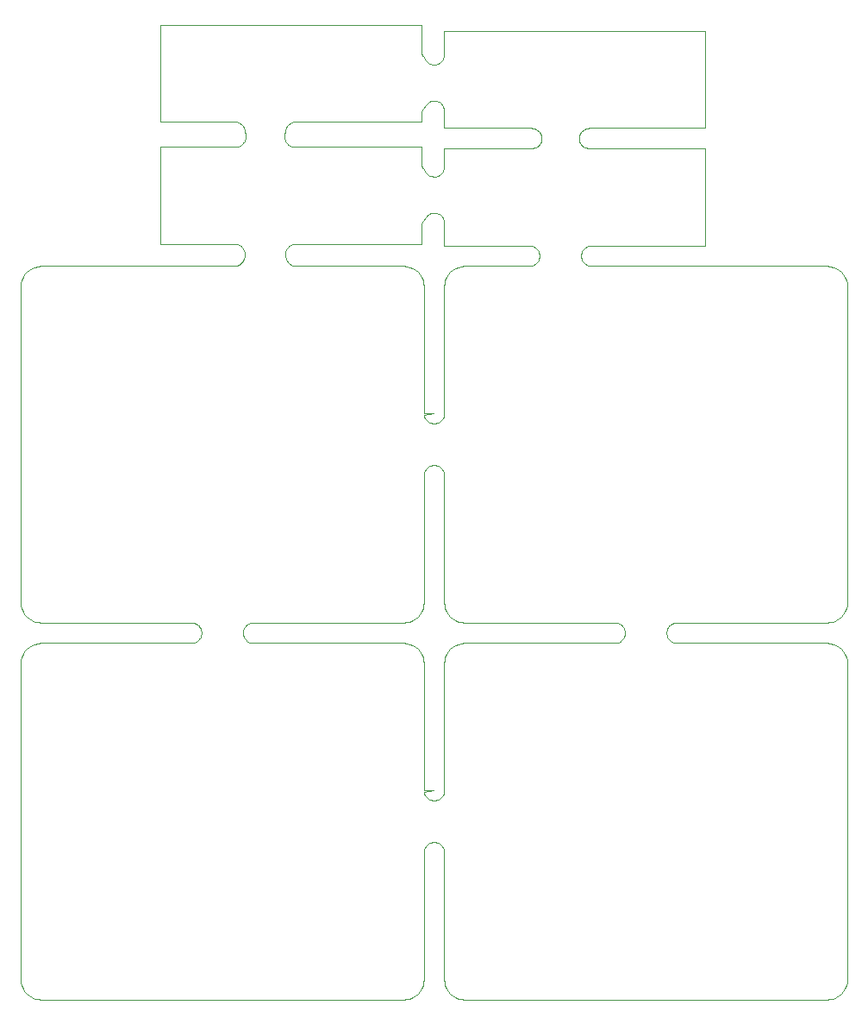
<source format=gko>
%MOIN*%
%OFA0B0*%
%FSLAX44Y44*%
%IPPOS*%
%LPD*%
%ADD10C,0*%
D10*
X00015589Y00012992D02*
X00015589Y00012992D01*
X00015579Y00013115D01*
X00015551Y00013235D01*
X00015503Y00013349D01*
X00015439Y00013454D01*
X00015359Y00013548D01*
X00015265Y00013629D01*
X00015159Y00013693D01*
X00015045Y00013740D01*
X00014925Y00013769D01*
X00014802Y00013779D01*
X00008991Y00013779D01*
X00008954Y00013781D01*
X00008917Y00013786D01*
X00008881Y00013795D01*
X00008846Y00013807D01*
X00008812Y00013822D01*
X00008780Y00013841D01*
X00008749Y00013862D01*
X00008721Y00013886D01*
X00008695Y00013913D01*
X00008672Y00013942D01*
X00008652Y00013973D01*
X00008634Y00014006D01*
X00008620Y00014040D01*
X00008609Y00014076D01*
X00008602Y00014112D01*
X00008598Y00014149D01*
X00008598Y00014186D01*
X00008601Y00014223D01*
X00008607Y00014260D01*
X00008617Y00014296D01*
X00008617Y00014296D01*
X00008626Y00014319D01*
X00008635Y00014342D01*
X00008647Y00014363D01*
X00008659Y00014385D01*
X00008673Y00014405D01*
X00008688Y00014424D01*
X00008705Y00014443D01*
X00008722Y00014460D01*
X00008741Y00014477D01*
X00008760Y00014492D01*
X00008781Y00014506D01*
X00008802Y00014518D01*
X00008824Y00014529D01*
X00008847Y00014539D01*
X00008870Y00014547D01*
X00008893Y00014554D01*
X00008918Y00014560D01*
X00008942Y00014563D01*
X00008966Y00014566D01*
X00008991Y00014566D01*
X00014802Y00014566D01*
X00014925Y00014576D01*
X00015045Y00014605D01*
X00015159Y00014652D01*
X00015265Y00014717D01*
X00015359Y00014797D01*
X00015439Y00014891D01*
X00015503Y00014996D01*
X00015551Y00015111D01*
X00015579Y00015231D01*
X00015589Y00015354D01*
X00015589Y00020259D01*
X00015589Y00020259D01*
X00015594Y00020321D01*
X00015608Y00020381D01*
X00015632Y00020438D01*
X00015664Y00020491D01*
X00015704Y00020538D01*
X00015751Y00020578D01*
X00015804Y00020610D01*
X00015861Y00020634D01*
X00015921Y00020648D01*
X00015983Y00020653D01*
X00016044Y00020648D01*
X00016105Y00020634D01*
X00016162Y00020610D01*
X00016214Y00020578D01*
X00016261Y00020538D01*
X00016301Y00020491D01*
X00016334Y00020438D01*
X00016357Y00020381D01*
X00016372Y00020321D01*
X00016377Y00020259D01*
X00016377Y00015354D01*
X00016386Y00015231D01*
X00016415Y00015111D01*
X00016462Y00014996D01*
X00016527Y00014891D01*
X00016607Y00014797D01*
X00016701Y00014717D01*
X00016806Y00014652D01*
X00016921Y00014605D01*
X00017041Y00014576D01*
X00017164Y00014566D01*
X00022975Y00014566D01*
X00022999Y00014566D01*
X00023024Y00014563D01*
X00023048Y00014560D01*
X00023072Y00014554D01*
X00023096Y00014547D01*
X00023119Y00014539D01*
X00023142Y00014529D01*
X00023164Y00014518D01*
X00023185Y00014506D01*
X00023205Y00014492D01*
X00023225Y00014477D01*
X00023243Y00014460D01*
X00023261Y00014443D01*
X00023277Y00014424D01*
X00023292Y00014405D01*
X00023306Y00014385D01*
X00023319Y00014363D01*
X00023330Y00014342D01*
X00023340Y00014319D01*
X00023349Y00014296D01*
X00023349Y00014296D01*
X00023359Y00014260D01*
X00023365Y00014223D01*
X00023368Y00014186D01*
X00023368Y00014149D01*
X00023364Y00014112D01*
X00023356Y00014076D01*
X00023345Y00014040D01*
X00023331Y00014006D01*
X00023314Y00013973D01*
X00023294Y00013942D01*
X00023270Y00013913D01*
X00023245Y00013886D01*
X00023216Y00013862D01*
X00023186Y00013841D01*
X00023154Y00013822D01*
X00023120Y00013807D01*
X00023085Y00013795D01*
X00023049Y00013786D01*
X00023012Y00013781D01*
X00022975Y00013779D01*
X00017164Y00013779D01*
X00017041Y00013769D01*
X00016921Y00013740D01*
X00016806Y00013693D01*
X00016701Y00013629D01*
X00016607Y00013548D01*
X00016527Y00013454D01*
X00016462Y00013349D01*
X00016415Y00013235D01*
X00016386Y00013115D01*
X00016377Y00012992D01*
X00016377Y00008086D01*
X00016372Y00008024D01*
X00016357Y00007964D01*
X00016334Y00007907D01*
X00016301Y00007855D01*
X00016261Y00007808D01*
X00016214Y00007768D01*
X00016162Y00007735D01*
X00016105Y00007712D01*
X00016044Y00007697D01*
X00015983Y00007692D01*
X00015921Y00007697D01*
X00015861Y00007712D01*
X00015804Y00007735D01*
X00015751Y00007768D01*
X00015704Y00007808D01*
X00015664Y00007855D01*
X00015632Y00007907D01*
X00015608Y00007964D01*
X00015594Y00008024D01*
X00015983Y00008086D01*
X00015589Y00008086D01*
X00015589Y00012992D01*
X00015492Y00032335D02*
X00015492Y00032335D01*
X00015492Y00032950D01*
X00010598Y00032950D01*
X00010565Y00032951D01*
X00010532Y00032956D01*
X00010499Y00032963D01*
X00010467Y00032973D01*
X00010435Y00032985D01*
X00010405Y00033000D01*
X00010377Y00033018D01*
X00010350Y00033038D01*
X00010325Y00033061D01*
X00010302Y00033085D01*
X00010281Y00033111D01*
X00010262Y00033139D01*
X00010246Y00033168D01*
X00010232Y00033199D01*
X00010221Y00033231D01*
X00010213Y00033264D01*
X00010208Y00033297D01*
X00010205Y00033330D01*
X00010205Y00033364D01*
X00010208Y00033397D01*
X00010233Y00033578D01*
X00010238Y00033606D01*
X00010245Y00033634D01*
X00010254Y00033660D01*
X00010264Y00033687D01*
X00010277Y00033712D01*
X00010291Y00033736D01*
X00010307Y00033759D01*
X00010325Y00033781D01*
X00010344Y00033802D01*
X00010365Y00033821D01*
X00010387Y00033839D01*
X00010410Y00033855D01*
X00010434Y00033870D01*
X00010459Y00033883D01*
X00010485Y00033893D01*
X00010512Y00033902D01*
X00010539Y00033909D01*
X00010567Y00033914D01*
X00010595Y00033917D01*
X00010623Y00033918D01*
X00015492Y00033918D01*
X00015492Y00034199D01*
X00015492Y00034211D01*
X00015492Y00034223D01*
X00015493Y00034235D01*
X00015494Y00034246D01*
X00015496Y00034258D01*
X00015498Y00034270D01*
X00015500Y00034281D01*
X00015503Y00034293D01*
X00015506Y00034304D01*
X00015509Y00034316D01*
X00015513Y00034327D01*
X00015517Y00034338D01*
X00015521Y00034349D01*
X00015526Y00034360D01*
X00015531Y00034371D01*
X00015536Y00034381D01*
X00015542Y00034392D01*
X00015548Y00034402D01*
X00015554Y00034412D01*
X00015561Y00034422D01*
X00015658Y00034564D01*
X00015689Y00034603D01*
X00015725Y00034638D01*
X00015765Y00034669D01*
X00015808Y00034694D01*
X00015854Y00034713D01*
X00015902Y00034726D01*
X00015951Y00034733D01*
X00016001Y00034734D01*
X00016051Y00034729D01*
X00016100Y00034717D01*
X00016146Y00034699D01*
X00016190Y00034676D01*
X00016231Y00034647D01*
X00016268Y00034613D01*
X00016300Y00034574D01*
X00016327Y00034532D01*
X00016348Y00034487D01*
X00016364Y00034440D01*
X00016373Y00034391D01*
X00016377Y00034341D01*
X00016377Y00033677D01*
X00019624Y00033677D01*
X00019624Y00033677D01*
X00019624Y00033677D01*
X00019624Y00033677D01*
X00019624Y00033677D01*
X00019624Y00033677D01*
X00019624Y00033677D01*
X00019624Y00033677D01*
X00019624Y00033677D01*
X00019624Y00033677D01*
X00019624Y00033677D01*
X00019624Y00033677D01*
X00019624Y00033677D01*
X00019624Y00033677D01*
X00019624Y00033677D01*
X00019624Y00033677D01*
X00019624Y00033677D01*
X00019624Y00033677D01*
X00019624Y00033677D01*
X00019624Y00033677D01*
X00019624Y00033677D01*
X00019745Y00033677D01*
X00019806Y00033672D01*
X00019866Y00033657D01*
X00019923Y00033634D01*
X00019976Y00033601D01*
X00020023Y00033561D01*
X00020063Y00033514D01*
X00020095Y00033462D01*
X00020119Y00033405D01*
X00020133Y00033345D01*
X00020138Y00033283D01*
X00020133Y00033221D01*
X00020119Y00033161D01*
X00020095Y00033104D01*
X00020063Y00033052D01*
X00020023Y00033005D01*
X00019976Y00032964D01*
X00019923Y00032932D01*
X00019866Y00032909D01*
X00019806Y00032894D01*
X00019745Y00032889D01*
X00016377Y00032889D01*
X00016377Y00032193D01*
X00016373Y00032144D01*
X00016364Y00032095D01*
X00016348Y00032047D01*
X00016327Y00032002D01*
X00016300Y00031960D01*
X00016268Y00031922D01*
X00016231Y00031888D01*
X00016190Y00031859D01*
X00016146Y00031835D01*
X00016100Y00031817D01*
X00016051Y00031806D01*
X00016001Y00031800D01*
X00015951Y00031801D01*
X00015902Y00031808D01*
X00015854Y00031821D01*
X00015808Y00031841D01*
X00015765Y00031866D01*
X00015725Y00031896D01*
X00015689Y00031931D01*
X00015658Y00031970D01*
X00015561Y00032112D01*
X00015554Y00032122D01*
X00015548Y00032132D01*
X00015542Y00032143D01*
X00015536Y00032153D01*
X00015531Y00032164D01*
X00015526Y00032174D01*
X00015521Y00032185D01*
X00015517Y00032196D01*
X00015513Y00032207D01*
X00015509Y00032219D01*
X00015506Y00032230D01*
X00015503Y00032242D01*
X00015500Y00032253D01*
X00015498Y00032265D01*
X00015496Y00032276D01*
X00015494Y00032288D01*
X00015493Y00032300D01*
X00015492Y00032312D01*
X00015492Y00032324D01*
X00015492Y00032335D01*
X00010623Y00029194D02*
X00010623Y00029194D01*
X00015492Y00029194D01*
X00015492Y00029868D01*
X00015492Y00029880D01*
X00015492Y00029892D01*
X00015493Y00029904D01*
X00015494Y00029916D01*
X00015496Y00029927D01*
X00015498Y00029939D01*
X00015500Y00029951D01*
X00015503Y00029962D01*
X00015506Y00029974D01*
X00015509Y00029985D01*
X00015513Y00029996D01*
X00015517Y00030007D01*
X00015521Y00030019D01*
X00015526Y00030029D01*
X00015531Y00030040D01*
X00015536Y00030051D01*
X00015542Y00030061D01*
X00015548Y00030071D01*
X00015554Y00030081D01*
X00015561Y00030091D01*
X00015658Y00030233D01*
X00015689Y00030273D01*
X00015725Y00030308D01*
X00015765Y00030338D01*
X00015808Y00030363D01*
X00015854Y00030382D01*
X00015902Y00030396D01*
X00015951Y00030403D01*
X00016001Y00030404D01*
X00016051Y00030398D01*
X00016100Y00030386D01*
X00016146Y00030368D01*
X00016190Y00030345D01*
X00016231Y00030316D01*
X00016268Y00030282D01*
X00016300Y00030244D01*
X00016327Y00030202D01*
X00016348Y00030157D01*
X00016364Y00030109D01*
X00016373Y00030060D01*
X00016377Y00030010D01*
X00016377Y00029133D01*
X00019669Y00029133D01*
X00019730Y00029129D01*
X00019791Y00029114D01*
X00019848Y00029090D01*
X00019900Y00029058D01*
X00019947Y00029018D01*
X00019987Y00028971D01*
X00020020Y00028918D01*
X00020043Y00028861D01*
X00020058Y00028801D01*
X00020063Y00028740D01*
X00020058Y00028678D01*
X00020043Y00028618D01*
X00020020Y00028561D01*
X00019987Y00028508D01*
X00019947Y00028461D01*
X00019900Y00028421D01*
X00019848Y00028389D01*
X00019791Y00028365D01*
X00019730Y00028351D01*
X00019669Y00028346D01*
X00019669Y00028346D01*
X00017164Y00028346D01*
X00017041Y00028336D01*
X00016921Y00028307D01*
X00016806Y00028260D01*
X00016701Y00028196D01*
X00016607Y00028115D01*
X00016527Y00028021D01*
X00016462Y00027916D01*
X00016415Y00027802D01*
X00016386Y00027682D01*
X00016377Y00027559D01*
X00016377Y00022653D01*
X00016372Y00022591D01*
X00016357Y00022531D01*
X00016334Y00022474D01*
X00016301Y00022422D01*
X00016261Y00022375D01*
X00016214Y00022334D01*
X00016162Y00022302D01*
X00016105Y00022279D01*
X00016044Y00022264D01*
X00015983Y00022259D01*
X00015921Y00022264D01*
X00015861Y00022279D01*
X00015804Y00022302D01*
X00015751Y00022334D01*
X00015704Y00022375D01*
X00015664Y00022422D01*
X00015632Y00022474D01*
X00015608Y00022531D01*
X00015594Y00022591D01*
X00015983Y00022653D01*
X00015589Y00022653D01*
X00015589Y00027559D01*
X00015579Y00027682D01*
X00015551Y00027802D01*
X00015503Y00027916D01*
X00015439Y00028021D01*
X00015359Y00028115D01*
X00015265Y00028196D01*
X00015159Y00028260D01*
X00015045Y00028307D01*
X00014925Y00028336D01*
X00014802Y00028346D01*
X00010645Y00028346D01*
X00010621Y00028347D01*
X00010597Y00028349D01*
X00010573Y00028353D01*
X00010549Y00028358D01*
X00010526Y00028364D01*
X00010503Y00028372D01*
X00010481Y00028382D01*
X00010459Y00028392D01*
X00010439Y00028405D01*
X00010418Y00028418D01*
X00010399Y00028432D01*
X00010381Y00028448D01*
X00010363Y00028465D01*
X00010347Y00028483D01*
X00010332Y00028501D01*
X00010318Y00028521D01*
X00010305Y00028541D01*
X00010293Y00028563D01*
X00010283Y00028585D01*
X00010274Y00028607D01*
X00010253Y00028668D01*
X00010242Y00028704D01*
X00010234Y00028741D01*
X00010230Y00028778D01*
X00010230Y00028816D01*
X00010233Y00028853D01*
X00010240Y00028890D01*
X00010250Y00028927D01*
X00010264Y00028962D01*
X00010281Y00028995D01*
X00010302Y00029027D01*
X00010325Y00029057D01*
X00010351Y00029084D01*
X00010379Y00029109D01*
X00010410Y00029131D01*
X00010442Y00029150D01*
X00010476Y00029165D01*
X00010512Y00029178D01*
X00010548Y00029187D01*
X00010586Y00029192D01*
X00010623Y00029194D01*
X00005414Y00032950D02*
X00005414Y00032950D01*
X00005414Y00029194D01*
X00008273Y00029194D01*
X00008311Y00029192D01*
X00008348Y00029187D01*
X00008385Y00029178D01*
X00008420Y00029165D01*
X00008455Y00029150D01*
X00008487Y00029131D01*
X00008518Y00029109D01*
X00008546Y00029084D01*
X00008572Y00029057D01*
X00008595Y00029027D01*
X00008615Y00028995D01*
X00008632Y00028962D01*
X00008646Y00028927D01*
X00008657Y00028890D01*
X00008663Y00028853D01*
X00008667Y00028816D01*
X00008666Y00028778D01*
X00008662Y00028741D01*
X00008655Y00028704D01*
X00008644Y00028668D01*
X00008622Y00028607D01*
X00008613Y00028585D01*
X00008603Y00028563D01*
X00008592Y00028541D01*
X00008579Y00028521D01*
X00008565Y00028501D01*
X00008550Y00028483D01*
X00008533Y00028465D01*
X00008516Y00028448D01*
X00008498Y00028432D01*
X00008478Y00028418D01*
X00008458Y00028405D01*
X00008437Y00028392D01*
X00008416Y00028382D01*
X00008393Y00028372D01*
X00008370Y00028364D01*
X00008347Y00028358D01*
X00008324Y00028353D01*
X00008300Y00028349D01*
X00008276Y00028347D01*
X00008252Y00028346D01*
X00000787Y00028346D01*
X00000664Y00028336D01*
X00000544Y00028307D01*
X00000429Y00028260D01*
X00000324Y00028196D01*
X00000230Y00028115D01*
X00000150Y00028021D01*
X00000085Y00027916D01*
X00000038Y00027802D01*
X00000009Y00027682D01*
X00000000Y00027559D01*
X00000000Y00015354D01*
X00000009Y00015231D01*
X00000038Y00015111D01*
X00000085Y00014996D01*
X00000150Y00014891D01*
X00000230Y00014797D01*
X00000324Y00014717D01*
X00000429Y00014652D01*
X00000544Y00014605D01*
X00000664Y00014576D01*
X00000787Y00014566D01*
X00006598Y00014566D01*
X00006622Y00014566D01*
X00006647Y00014563D01*
X00006671Y00014560D01*
X00006695Y00014554D01*
X00006719Y00014547D01*
X00006742Y00014539D01*
X00006765Y00014529D01*
X00006787Y00014518D01*
X00006808Y00014506D01*
X00006828Y00014492D01*
X00006848Y00014477D01*
X00006866Y00014460D01*
X00006884Y00014443D01*
X00006900Y00014424D01*
X00006915Y00014405D01*
X00006929Y00014385D01*
X00006942Y00014363D01*
X00006953Y00014342D01*
X00006963Y00014319D01*
X00006972Y00014296D01*
X00006972Y00014296D01*
X00006981Y00014260D01*
X00006988Y00014223D01*
X00006991Y00014186D01*
X00006991Y00014149D01*
X00006987Y00014112D01*
X00006979Y00014076D01*
X00006968Y00014040D01*
X00006954Y00014006D01*
X00006937Y00013973D01*
X00006917Y00013942D01*
X00006893Y00013913D01*
X00006868Y00013886D01*
X00006839Y00013862D01*
X00006809Y00013841D01*
X00006777Y00013822D01*
X00006743Y00013807D01*
X00006708Y00013795D01*
X00006671Y00013786D01*
X00006635Y00013781D01*
X00006598Y00013779D01*
X00000787Y00013779D01*
X00000664Y00013769D01*
X00000544Y00013740D01*
X00000429Y00013693D01*
X00000324Y00013629D01*
X00000230Y00013548D01*
X00000150Y00013454D01*
X00000085Y00013349D01*
X00000038Y00013235D01*
X00000009Y00013115D01*
X00000000Y00012992D01*
X00000000Y00000787D01*
X00000009Y00000664D01*
X00000038Y00000544D01*
X00000085Y00000429D01*
X00000150Y00000324D01*
X00000230Y00000230D01*
X00000324Y00000150D01*
X00000429Y00000085D01*
X00000544Y00000038D01*
X00000664Y00000009D01*
X00000787Y00000000D01*
X00014802Y00000000D01*
X00014925Y00000009D01*
X00015045Y00000038D01*
X00015159Y00000085D01*
X00015265Y00000150D01*
X00015359Y00000230D01*
X00015439Y00000324D01*
X00015503Y00000429D01*
X00015551Y00000544D01*
X00015579Y00000664D01*
X00015589Y00000787D01*
X00015589Y00005693D01*
X00015589Y00005693D01*
X00015594Y00005754D01*
X00015608Y00005814D01*
X00015632Y00005871D01*
X00015664Y00005924D01*
X00015704Y00005971D01*
X00015751Y00006011D01*
X00015804Y00006043D01*
X00015861Y00006067D01*
X00015921Y00006081D01*
X00015983Y00006086D01*
X00016044Y00006081D01*
X00016105Y00006067D01*
X00016162Y00006043D01*
X00016214Y00006011D01*
X00016261Y00005971D01*
X00016301Y00005924D01*
X00016334Y00005871D01*
X00016357Y00005814D01*
X00016372Y00005754D01*
X00016377Y00005693D01*
X00016377Y00000787D01*
X00016386Y00000664D01*
X00016415Y00000544D01*
X00016462Y00000429D01*
X00016527Y00000324D01*
X00016607Y00000230D01*
X00016701Y00000150D01*
X00016806Y00000085D01*
X00016921Y00000038D01*
X00017041Y00000009D01*
X00017164Y00000000D01*
X00031179Y00000000D01*
X00031302Y00000009D01*
X00031422Y00000038D01*
X00031536Y00000085D01*
X00031642Y00000150D01*
X00031736Y00000230D01*
X00031816Y00000324D01*
X00031880Y00000429D01*
X00031928Y00000544D01*
X00031956Y00000664D01*
X00031966Y00000787D01*
X00031966Y00012992D01*
X00031956Y00013115D01*
X00031928Y00013235D01*
X00031880Y00013349D01*
X00031816Y00013454D01*
X00031736Y00013548D01*
X00031642Y00013629D01*
X00031536Y00013693D01*
X00031422Y00013740D01*
X00031302Y00013769D01*
X00031179Y00013779D01*
X00025368Y00013779D01*
X00025331Y00013781D01*
X00025294Y00013786D01*
X00025258Y00013795D01*
X00025223Y00013807D01*
X00025189Y00013822D01*
X00025157Y00013841D01*
X00025126Y00013862D01*
X00025098Y00013886D01*
X00025072Y00013913D01*
X00025049Y00013942D01*
X00025029Y00013973D01*
X00025012Y00014006D01*
X00024997Y00014040D01*
X00024987Y00014076D01*
X00024979Y00014112D01*
X00024975Y00014149D01*
X00024975Y00014186D01*
X00024978Y00014223D01*
X00024984Y00014260D01*
X00024994Y00014296D01*
X00024994Y00014296D01*
X00025003Y00014319D01*
X00025012Y00014342D01*
X00025024Y00014363D01*
X00025036Y00014385D01*
X00025050Y00014405D01*
X00025065Y00014424D01*
X00025082Y00014443D01*
X00025099Y00014460D01*
X00025118Y00014477D01*
X00025137Y00014492D01*
X00025158Y00014506D01*
X00025179Y00014518D01*
X00025201Y00014529D01*
X00025224Y00014539D01*
X00025247Y00014547D01*
X00025270Y00014554D01*
X00025295Y00014560D01*
X00025319Y00014563D01*
X00025343Y00014566D01*
X00025368Y00014566D01*
X00031179Y00014566D01*
X00031302Y00014576D01*
X00031422Y00014605D01*
X00031536Y00014652D01*
X00031642Y00014717D01*
X00031736Y00014797D01*
X00031816Y00014891D01*
X00031880Y00014996D01*
X00031928Y00015111D01*
X00031956Y00015231D01*
X00031966Y00015354D01*
X00031966Y00027559D01*
X00031956Y00027682D01*
X00031928Y00027802D01*
X00031880Y00027916D01*
X00031816Y00028021D01*
X00031736Y00028115D01*
X00031642Y00028196D01*
X00031536Y00028260D01*
X00031422Y00028307D01*
X00031302Y00028336D01*
X00031179Y00028346D01*
X00022062Y00028346D01*
X00022062Y00028346D01*
X00022001Y00028351D01*
X00021941Y00028365D01*
X00021884Y00028389D01*
X00021831Y00028421D01*
X00021784Y00028461D01*
X00021744Y00028508D01*
X00021712Y00028561D01*
X00021688Y00028618D01*
X00021674Y00028678D01*
X00021669Y00028740D01*
X00021674Y00028801D01*
X00021688Y00028861D01*
X00021712Y00028918D01*
X00021744Y00028971D01*
X00021784Y00029018D01*
X00021831Y00029058D01*
X00021884Y00029090D01*
X00021941Y00029114D01*
X00022001Y00029129D01*
X00022062Y00029133D01*
X00026454Y00029133D01*
X00026454Y00032889D01*
X00021987Y00032889D01*
X00021925Y00032894D01*
X00021865Y00032909D01*
X00021808Y00032932D01*
X00021755Y00032964D01*
X00021708Y00033005D01*
X00021668Y00033052D01*
X00021636Y00033104D01*
X00021612Y00033161D01*
X00021598Y00033221D01*
X00021593Y00033283D01*
X00021598Y00033345D01*
X00021612Y00033405D01*
X00021636Y00033462D01*
X00021668Y00033514D01*
X00021708Y00033561D01*
X00021755Y00033601D01*
X00021808Y00033634D01*
X00021865Y00033657D01*
X00021925Y00033672D01*
X00021987Y00033677D01*
X00022107Y00033677D01*
X00022107Y00033677D01*
X00022107Y00033677D01*
X00022107Y00033677D01*
X00022107Y00033677D01*
X00022107Y00033677D01*
X00022107Y00033677D01*
X00022107Y00033677D01*
X00022107Y00033677D01*
X00022107Y00033677D01*
X00022107Y00033677D01*
X00022107Y00033677D01*
X00022107Y00033677D01*
X00022107Y00033677D01*
X00022107Y00033677D01*
X00022107Y00033677D01*
X00022107Y00033677D01*
X00022107Y00033677D01*
X00022107Y00033677D01*
X00022107Y00033677D01*
X00022107Y00033677D01*
X00026454Y00033677D01*
X00026454Y00037433D01*
X00016377Y00037433D01*
X00016377Y00036524D01*
X00016373Y00036474D01*
X00016364Y00036425D01*
X00016348Y00036378D01*
X00016327Y00036333D01*
X00016300Y00036291D01*
X00016268Y00036252D01*
X00016231Y00036219D01*
X00016190Y00036190D01*
X00016146Y00036166D01*
X00016100Y00036148D01*
X00016051Y00036136D01*
X00016001Y00036131D01*
X00015951Y00036132D01*
X00015902Y00036139D01*
X00015854Y00036152D01*
X00015808Y00036171D01*
X00015765Y00036197D01*
X00015725Y00036227D01*
X00015689Y00036262D01*
X00015658Y00036301D01*
X00015561Y00036443D01*
X00015554Y00036453D01*
X00015548Y00036463D01*
X00015542Y00036473D01*
X00015536Y00036484D01*
X00015531Y00036494D01*
X00015526Y00036505D01*
X00015521Y00036516D01*
X00015517Y00036527D01*
X00015513Y00036538D01*
X00015509Y00036549D01*
X00015506Y00036561D01*
X00015503Y00036572D01*
X00015500Y00036584D01*
X00015498Y00036595D01*
X00015496Y00036607D01*
X00015494Y00036619D01*
X00015493Y00036631D01*
X00015492Y00036642D01*
X00015492Y00036654D01*
X00015492Y00036666D01*
X00015492Y00037674D01*
X00005414Y00037674D01*
X00005414Y00033918D01*
X00008273Y00033918D01*
X00008301Y00033917D01*
X00008330Y00033914D01*
X00008357Y00033909D01*
X00008385Y00033902D01*
X00008411Y00033893D01*
X00008437Y00033883D01*
X00008463Y00033870D01*
X00008487Y00033855D01*
X00008510Y00033839D01*
X00008532Y00033821D01*
X00008553Y00033802D01*
X00008572Y00033781D01*
X00008589Y00033759D01*
X00008605Y00033736D01*
X00008620Y00033712D01*
X00008632Y00033687D01*
X00008643Y00033660D01*
X00008652Y00033634D01*
X00008658Y00033606D01*
X00008663Y00033578D01*
X00008688Y00033397D01*
X00008691Y00033364D01*
X00008692Y00033330D01*
X00008689Y00033297D01*
X00008684Y00033264D01*
X00008675Y00033231D01*
X00008664Y00033199D01*
X00008651Y00033168D01*
X00008635Y00033139D01*
X00008616Y00033111D01*
X00008595Y00033085D01*
X00008572Y00033061D01*
X00008547Y00033038D01*
X00008520Y00033018D01*
X00008491Y00033000D01*
X00008461Y00032985D01*
X00008430Y00032973D01*
X00008398Y00032963D01*
X00008365Y00032956D01*
X00008332Y00032951D01*
X00008298Y00032950D01*
X00005414Y00032950D01*
M02*
</source>
